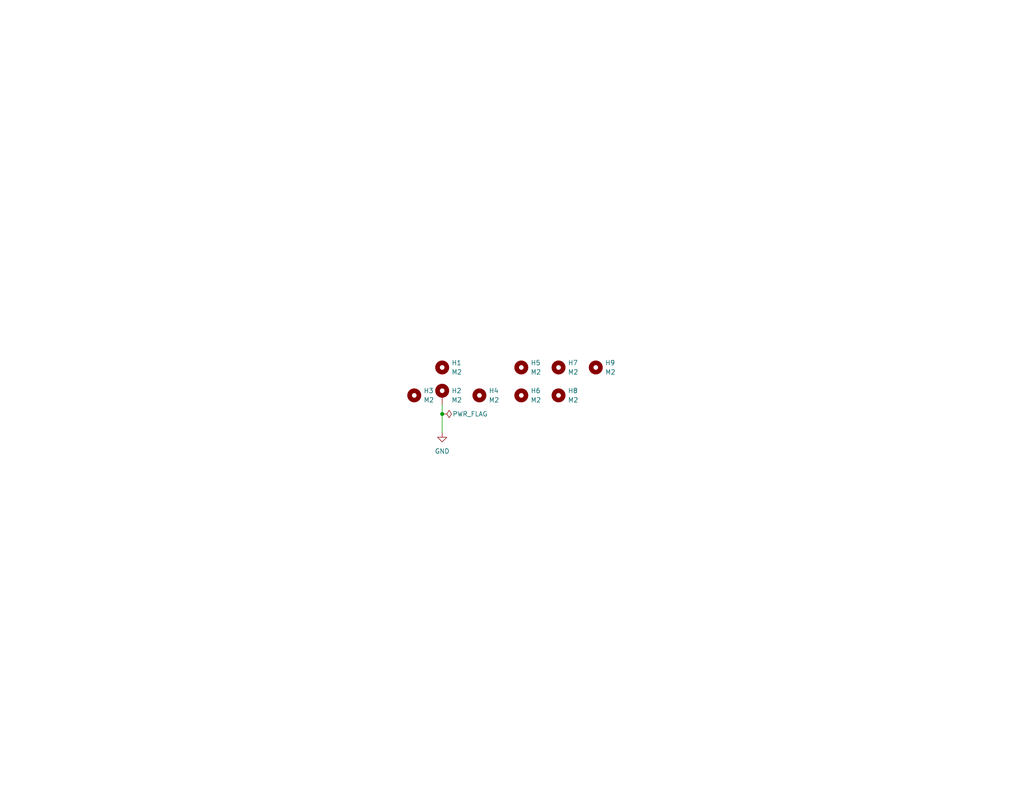
<source format=kicad_sch>
(kicad_sch (version 20211123) (generator eeschema)
  (paper "USLetter")
  (title_block (title "BlueJay Base"))
  (lib_symbols
    (symbol "Mechanical:MountingHole" (pin_numbers hide) (pin_names (offset 1.016) hide)
      (property "Reference" "H" (at 0 5.08 0))
      (property "Value" "MountingHole" (at 0 3.175 0))
      (symbol "MountingHole_0_1"
        (circle (center 0 0) (radius 1.27) (stroke (width 1.27)))
      )
    )
    (symbol "Mechanical:MountingHole_Pad" (pin_numbers hide) (pin_names (offset 1.016) hide)
      (property "Reference" "H" (at 0 6.35 0))
      (property "Value" "MountingHole_Pad" (at 0 4.445 0))
      (symbol "MountingHole_Pad_0_1"
        (circle (center 0 1.27) (radius 1.27) (stroke (width 1.27)))
      )
      (symbol "MountingHole_Pad_1_1"
        (pin input line (at 0 -2.54 90) (length 2.54) (name "1") (number "1"))
      )
    )
    (symbol "MountingHole_1" (pin_names (offset 1.016))
      (property "Reference" "H" (at 0 5.08 0))
      (property "Value" "MountingHole_1" (at 0 3.175 0))
      (symbol "MountingHole_1_0_1"
        (circle (center 0 0) (radius 1.27) (stroke (width 1.27)))
      )
    )
    (symbol "power:GND" (power) (pin_names (offset 0))
      (property "Value" "GND" (at 0 -3.81 0))
      (symbol "GND_0_1"
        (polyline (pts (xy 0 0) (xy 0 -1.27) (xy 1.27 -1.27) (xy 0 -2.54) (xy -1.27 -1.27) (xy 0 -1.27)))
      )
      (symbol "GND_1_1"
        (pin power_in line (at 0 0 270) (length 0) hide (name "GND") (number "1"))
      )
    )
    (symbol "power:PWR_FLAG" (power) (pin_numbers hide) (pin_names (offset 0) hide)
      (property "Value" "PWR_FLAG" (at 0 3.81 0))
      (symbol "PWR_FLAG_0_0"
        (pin power_out line (at 0 0 90) (length 0) (name "pwr") (number "1"))
      )
      (symbol "PWR_FLAG_0_1"
        (polyline (pts (xy 0 0) (xy 0 1.27) (xy -1.016 1.905) (xy 0 2.54) (xy 1.016 1.905) (xy 0 1.27)))
      )
    )
  )
  (junction (at 120.65 113.03))
  (wire (pts (xy 120.65 118.11) (xy 120.65 113.03)))
  (wire (pts (xy 120.65 110.49) (xy 120.65 113.03)))
  (symbol (lib_id "Mechanical:MountingHole_Pad") (at 120.65 107.95 0) (unit 1)
    (property "Reference" "H2" (at 123.19 106.6799 0) (effects (justify left)))
    (property "Value" "M2" (at 123.19 109.2199 0) (effects (justify left)))
    (property "Footprint" "MountingHole:MountingHole_2.2mm_M2_Pad" (effects hide))
  )
  (symbol (lib_name "MountingHole_1") (lib_id "Mechanical:MountingHole") (at 113.03 107.95 0) (unit 1)
    (property "Reference" "H3" (at 115.57 106.6799 0) (effects (justify left)))
    (property "Value" "M2" (at 115.57 109.2199 0) (effects (justify left)))
    (property "Footprint" "MountingHole:MountingHole_2.2mm_M2_Pad" (effects hide))
  )
  (symbol (lib_id "Mechanical:MountingHole") (at 142.24 107.95 0) (unit 1) (in_bom no)
    (property "Reference" "H6" (at 144.78 106.6799 0) (effects (justify left)))
    (property "Value" "M2" (at 144.78 109.2199 0) (effects (justify left)))
    (property "Footprint" "MountingHole:MountingHole_2.2mm_M2_Pad" (effects hide))
  )
  (symbol (lib_id "Mechanical:MountingHole") (at 142.24 100.33 0) (unit 1) (in_bom no)
    (property "Reference" "H5" (at 144.78 99.0599 0) (effects (justify left)))
    (property "Value" "M2" (at 144.78 101.5999 0) (effects (justify left)))
    (property "Footprint" "MountingHole:MountingHole_2.2mm_M2_Pad" (effects hide))
  )
  (symbol (lib_id "power:PWR_FLAG") (at 120.65 113.03 270) (unit 1)
    (property "Reference" "#FLG0102" (effects hide))
    (property "Value" "PWR_FLAG" (at 128.27 113.03 90))
  )
  (symbol (lib_id "Mechanical:MountingHole") (at 162.56 100.33 0) (unit 1) (in_bom no)
    (property "Reference" "H9" (at 165.1 99.0599 0) (effects (justify left)))
    (property "Value" "M2" (at 165.1 101.5999 0) (effects (justify left)))
    (property "Footprint" "MountingHole:MountingHole_2.2mm_M2_Pad" (effects hide))
  )
  (symbol (lib_id "Mechanical:MountingHole") (at 152.4 100.33 0) (unit 1) (in_bom no)
    (property "Reference" "H7" (at 154.94 99.0599 0) (effects (justify left)))
    (property "Value" "M2" (at 154.94 101.5999 0) (effects (justify left)))
    (property "Footprint" "MountingHole:MountingHole_2.2mm_M2_Pad" (effects hide))
  )
  (symbol (lib_id "Mechanical:MountingHole") (at 152.4 107.95 0) (unit 1) (in_bom no)
    (property "Reference" "H8" (at 154.94 106.6799 0) (effects (justify left)))
    (property "Value" "M2" (at 154.94 109.2199 0) (effects (justify left)))
    (property "Footprint" "MountingHole:MountingHole_2.2mm_M2_Pad" (effects hide))
  )
  (symbol (lib_id "power:GND") (at 120.65 118.11 0) (unit 1)
    (property "Reference" "#PWR0115" (effects hide))
    (property "Value" "GND" (at 120.65 123.19 0))
  )
  (symbol (lib_id "Mechanical:MountingHole") (at 130.81 107.95 0) (unit 1) (in_bom no)
    (property "Reference" "H4" (at 133.35 106.6799 0) (effects (justify left)))
    (property "Value" "M2" (at 133.35 109.2199 0) (effects (justify left)))
    (property "Footprint" "MountingHole:MountingHole_2.2mm_M2_Pad" (effects hide))
  )
  (symbol (lib_id "Mechanical:MountingHole") (at 120.65 100.33 0) (unit 1) (in_bom no)
    (property "Reference" "H1" (at 123.19 99.0599 0) (effects (justify left)))
    (property "Value" "M2" (at 123.19 101.5999 0) (effects (justify left)))
    (property "Footprint" "MountingHole:MountingHole_2.2mm_M2_Pad" (effects hide))
  )
)
</source>
